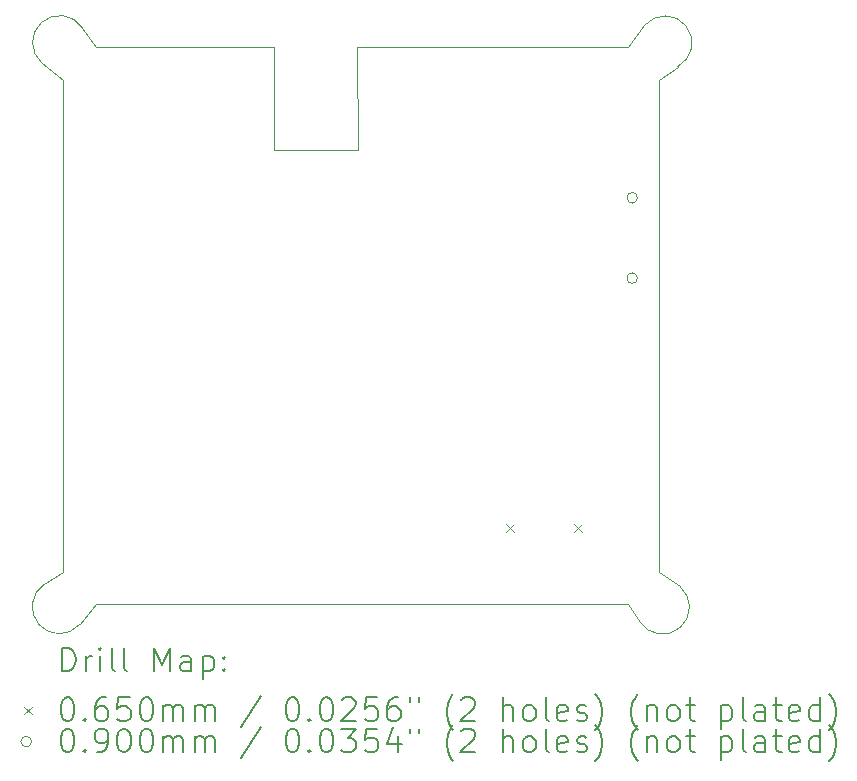
<source format=gbr>
%TF.GenerationSoftware,KiCad,Pcbnew,(6.0.8)*%
%TF.CreationDate,2023-02-13T22:45:08-05:00*%
%TF.ProjectId,miura_board,6d697572-615f-4626-9f61-72642e6b6963,rev?*%
%TF.SameCoordinates,Original*%
%TF.FileFunction,Drillmap*%
%TF.FilePolarity,Positive*%
%FSLAX45Y45*%
G04 Gerber Fmt 4.5, Leading zero omitted, Abs format (unit mm)*
G04 Created by KiCad (PCBNEW (6.0.8)) date 2023-02-13 22:45:08*
%MOMM*%
%LPD*%
G01*
G04 APERTURE LIST*
%ADD10C,0.100000*%
%ADD11C,0.200000*%
%ADD12C,0.065000*%
%ADD13C,0.090000*%
G04 APERTURE END LIST*
D10*
X6339999Y-3550000D02*
G75*
G03*
X6000000Y-3850000I-192151J-124895D01*
G01*
X6460000Y-3710000D02*
X7960000Y-3710000D01*
X6180000Y-8160000D02*
X6020000Y-8260000D01*
X6460000Y-8430000D02*
X10960000Y-8430000D01*
X10960000Y-3710000D02*
X11100000Y-3530000D01*
X6020002Y-8260004D02*
G75*
G03*
X6320000Y-8600000I124898J-192146D01*
G01*
X6460000Y-8430000D02*
X6320000Y-8600000D01*
X7960000Y-3710000D02*
X7961000Y-4584000D01*
X8670000Y-3710000D02*
X10960000Y-3710000D01*
X6340000Y-3550000D02*
X6460000Y-3710000D01*
X8671000Y-4584000D02*
X7961000Y-4584000D01*
X11380001Y-3880003D02*
G75*
G03*
X11100000Y-3530000I-105461J202633D01*
G01*
X11220000Y-8160000D02*
X11400000Y-8280000D01*
X11220000Y-8160000D02*
X11220000Y-3990000D01*
X8670000Y-3710000D02*
X8671000Y-4584000D01*
X6000000Y-3850000D02*
X6180000Y-3990000D01*
X6180000Y-8160000D02*
X6180000Y-3990000D01*
X11220000Y-3990000D02*
X11380000Y-3880000D01*
X10960000Y-8430000D02*
X11060000Y-8580000D01*
X11060000Y-8580000D02*
G75*
G03*
X11400000Y-8280000I192150J124897D01*
G01*
D11*
D12*
X9928500Y-7751000D02*
X9993500Y-7816000D01*
X9993500Y-7751000D02*
X9928500Y-7816000D01*
X10506500Y-7751000D02*
X10571500Y-7816000D01*
X10571500Y-7751000D02*
X10506500Y-7816000D01*
D13*
X11041000Y-4990000D02*
G75*
G03*
X11041000Y-4990000I-45000J0D01*
G01*
X11041000Y-5670000D02*
G75*
G03*
X11041000Y-5670000I-45000J0D01*
G01*
D11*
X6168347Y-8999753D02*
X6168347Y-8799753D01*
X6215966Y-8799753D01*
X6244538Y-8809277D01*
X6263585Y-8828325D01*
X6273109Y-8847372D01*
X6282633Y-8885467D01*
X6282633Y-8914039D01*
X6273109Y-8952134D01*
X6263585Y-8971182D01*
X6244538Y-8990229D01*
X6215966Y-8999753D01*
X6168347Y-8999753D01*
X6368347Y-8999753D02*
X6368347Y-8866420D01*
X6368347Y-8904515D02*
X6377871Y-8885467D01*
X6387395Y-8875944D01*
X6406443Y-8866420D01*
X6425490Y-8866420D01*
X6492157Y-8999753D02*
X6492157Y-8866420D01*
X6492157Y-8799753D02*
X6482633Y-8809277D01*
X6492157Y-8818801D01*
X6501681Y-8809277D01*
X6492157Y-8799753D01*
X6492157Y-8818801D01*
X6615966Y-8999753D02*
X6596919Y-8990229D01*
X6587395Y-8971182D01*
X6587395Y-8799753D01*
X6720728Y-8999753D02*
X6701681Y-8990229D01*
X6692157Y-8971182D01*
X6692157Y-8799753D01*
X6949300Y-8999753D02*
X6949300Y-8799753D01*
X7015966Y-8942610D01*
X7082633Y-8799753D01*
X7082633Y-8999753D01*
X7263585Y-8999753D02*
X7263585Y-8894991D01*
X7254062Y-8875944D01*
X7235014Y-8866420D01*
X7196919Y-8866420D01*
X7177871Y-8875944D01*
X7263585Y-8990229D02*
X7244538Y-8999753D01*
X7196919Y-8999753D01*
X7177871Y-8990229D01*
X7168347Y-8971182D01*
X7168347Y-8952134D01*
X7177871Y-8933086D01*
X7196919Y-8923563D01*
X7244538Y-8923563D01*
X7263585Y-8914039D01*
X7358824Y-8866420D02*
X7358824Y-9066420D01*
X7358824Y-8875944D02*
X7377871Y-8866420D01*
X7415966Y-8866420D01*
X7435014Y-8875944D01*
X7444538Y-8885467D01*
X7454062Y-8904515D01*
X7454062Y-8961658D01*
X7444538Y-8980705D01*
X7435014Y-8990229D01*
X7415966Y-8999753D01*
X7377871Y-8999753D01*
X7358824Y-8990229D01*
X7539776Y-8980705D02*
X7549300Y-8990229D01*
X7539776Y-8999753D01*
X7530252Y-8990229D01*
X7539776Y-8980705D01*
X7539776Y-8999753D01*
X7539776Y-8875944D02*
X7549300Y-8885467D01*
X7539776Y-8894991D01*
X7530252Y-8885467D01*
X7539776Y-8875944D01*
X7539776Y-8894991D01*
D12*
X5845728Y-9296777D02*
X5910728Y-9361777D01*
X5910728Y-9296777D02*
X5845728Y-9361777D01*
D11*
X6206443Y-9219753D02*
X6225490Y-9219753D01*
X6244538Y-9229277D01*
X6254062Y-9238801D01*
X6263585Y-9257848D01*
X6273109Y-9295944D01*
X6273109Y-9343563D01*
X6263585Y-9381658D01*
X6254062Y-9400705D01*
X6244538Y-9410229D01*
X6225490Y-9419753D01*
X6206443Y-9419753D01*
X6187395Y-9410229D01*
X6177871Y-9400705D01*
X6168347Y-9381658D01*
X6158824Y-9343563D01*
X6158824Y-9295944D01*
X6168347Y-9257848D01*
X6177871Y-9238801D01*
X6187395Y-9229277D01*
X6206443Y-9219753D01*
X6358824Y-9400705D02*
X6368347Y-9410229D01*
X6358824Y-9419753D01*
X6349300Y-9410229D01*
X6358824Y-9400705D01*
X6358824Y-9419753D01*
X6539776Y-9219753D02*
X6501681Y-9219753D01*
X6482633Y-9229277D01*
X6473109Y-9238801D01*
X6454062Y-9267372D01*
X6444538Y-9305467D01*
X6444538Y-9381658D01*
X6454062Y-9400705D01*
X6463585Y-9410229D01*
X6482633Y-9419753D01*
X6520728Y-9419753D01*
X6539776Y-9410229D01*
X6549300Y-9400705D01*
X6558824Y-9381658D01*
X6558824Y-9334039D01*
X6549300Y-9314991D01*
X6539776Y-9305467D01*
X6520728Y-9295944D01*
X6482633Y-9295944D01*
X6463585Y-9305467D01*
X6454062Y-9314991D01*
X6444538Y-9334039D01*
X6739776Y-9219753D02*
X6644538Y-9219753D01*
X6635014Y-9314991D01*
X6644538Y-9305467D01*
X6663585Y-9295944D01*
X6711204Y-9295944D01*
X6730252Y-9305467D01*
X6739776Y-9314991D01*
X6749300Y-9334039D01*
X6749300Y-9381658D01*
X6739776Y-9400705D01*
X6730252Y-9410229D01*
X6711204Y-9419753D01*
X6663585Y-9419753D01*
X6644538Y-9410229D01*
X6635014Y-9400705D01*
X6873109Y-9219753D02*
X6892157Y-9219753D01*
X6911204Y-9229277D01*
X6920728Y-9238801D01*
X6930252Y-9257848D01*
X6939776Y-9295944D01*
X6939776Y-9343563D01*
X6930252Y-9381658D01*
X6920728Y-9400705D01*
X6911204Y-9410229D01*
X6892157Y-9419753D01*
X6873109Y-9419753D01*
X6854062Y-9410229D01*
X6844538Y-9400705D01*
X6835014Y-9381658D01*
X6825490Y-9343563D01*
X6825490Y-9295944D01*
X6835014Y-9257848D01*
X6844538Y-9238801D01*
X6854062Y-9229277D01*
X6873109Y-9219753D01*
X7025490Y-9419753D02*
X7025490Y-9286420D01*
X7025490Y-9305467D02*
X7035014Y-9295944D01*
X7054062Y-9286420D01*
X7082633Y-9286420D01*
X7101681Y-9295944D01*
X7111204Y-9314991D01*
X7111204Y-9419753D01*
X7111204Y-9314991D02*
X7120728Y-9295944D01*
X7139776Y-9286420D01*
X7168347Y-9286420D01*
X7187395Y-9295944D01*
X7196919Y-9314991D01*
X7196919Y-9419753D01*
X7292157Y-9419753D02*
X7292157Y-9286420D01*
X7292157Y-9305467D02*
X7301681Y-9295944D01*
X7320728Y-9286420D01*
X7349300Y-9286420D01*
X7368347Y-9295944D01*
X7377871Y-9314991D01*
X7377871Y-9419753D01*
X7377871Y-9314991D02*
X7387395Y-9295944D01*
X7406443Y-9286420D01*
X7435014Y-9286420D01*
X7454062Y-9295944D01*
X7463585Y-9314991D01*
X7463585Y-9419753D01*
X7854062Y-9210229D02*
X7682633Y-9467372D01*
X8111204Y-9219753D02*
X8130252Y-9219753D01*
X8149300Y-9229277D01*
X8158824Y-9238801D01*
X8168347Y-9257848D01*
X8177871Y-9295944D01*
X8177871Y-9343563D01*
X8168347Y-9381658D01*
X8158824Y-9400705D01*
X8149300Y-9410229D01*
X8130252Y-9419753D01*
X8111204Y-9419753D01*
X8092157Y-9410229D01*
X8082633Y-9400705D01*
X8073109Y-9381658D01*
X8063585Y-9343563D01*
X8063585Y-9295944D01*
X8073109Y-9257848D01*
X8082633Y-9238801D01*
X8092157Y-9229277D01*
X8111204Y-9219753D01*
X8263585Y-9400705D02*
X8273109Y-9410229D01*
X8263585Y-9419753D01*
X8254062Y-9410229D01*
X8263585Y-9400705D01*
X8263585Y-9419753D01*
X8396919Y-9219753D02*
X8415966Y-9219753D01*
X8435014Y-9229277D01*
X8444538Y-9238801D01*
X8454062Y-9257848D01*
X8463586Y-9295944D01*
X8463586Y-9343563D01*
X8454062Y-9381658D01*
X8444538Y-9400705D01*
X8435014Y-9410229D01*
X8415966Y-9419753D01*
X8396919Y-9419753D01*
X8377871Y-9410229D01*
X8368347Y-9400705D01*
X8358824Y-9381658D01*
X8349300Y-9343563D01*
X8349300Y-9295944D01*
X8358824Y-9257848D01*
X8368347Y-9238801D01*
X8377871Y-9229277D01*
X8396919Y-9219753D01*
X8539776Y-9238801D02*
X8549300Y-9229277D01*
X8568347Y-9219753D01*
X8615966Y-9219753D01*
X8635014Y-9229277D01*
X8644538Y-9238801D01*
X8654062Y-9257848D01*
X8654062Y-9276896D01*
X8644538Y-9305467D01*
X8530252Y-9419753D01*
X8654062Y-9419753D01*
X8835014Y-9219753D02*
X8739776Y-9219753D01*
X8730252Y-9314991D01*
X8739776Y-9305467D01*
X8758824Y-9295944D01*
X8806443Y-9295944D01*
X8825490Y-9305467D01*
X8835014Y-9314991D01*
X8844538Y-9334039D01*
X8844538Y-9381658D01*
X8835014Y-9400705D01*
X8825490Y-9410229D01*
X8806443Y-9419753D01*
X8758824Y-9419753D01*
X8739776Y-9410229D01*
X8730252Y-9400705D01*
X9015966Y-9219753D02*
X8977871Y-9219753D01*
X8958824Y-9229277D01*
X8949300Y-9238801D01*
X8930252Y-9267372D01*
X8920728Y-9305467D01*
X8920728Y-9381658D01*
X8930252Y-9400705D01*
X8939776Y-9410229D01*
X8958824Y-9419753D01*
X8996919Y-9419753D01*
X9015966Y-9410229D01*
X9025490Y-9400705D01*
X9035014Y-9381658D01*
X9035014Y-9334039D01*
X9025490Y-9314991D01*
X9015966Y-9305467D01*
X8996919Y-9295944D01*
X8958824Y-9295944D01*
X8939776Y-9305467D01*
X8930252Y-9314991D01*
X8920728Y-9334039D01*
X9111205Y-9219753D02*
X9111205Y-9257848D01*
X9187395Y-9219753D02*
X9187395Y-9257848D01*
X9482633Y-9495944D02*
X9473109Y-9486420D01*
X9454062Y-9457848D01*
X9444538Y-9438801D01*
X9435014Y-9410229D01*
X9425490Y-9362610D01*
X9425490Y-9324515D01*
X9435014Y-9276896D01*
X9444538Y-9248325D01*
X9454062Y-9229277D01*
X9473109Y-9200705D01*
X9482633Y-9191182D01*
X9549300Y-9238801D02*
X9558824Y-9229277D01*
X9577871Y-9219753D01*
X9625490Y-9219753D01*
X9644538Y-9229277D01*
X9654062Y-9238801D01*
X9663586Y-9257848D01*
X9663586Y-9276896D01*
X9654062Y-9305467D01*
X9539776Y-9419753D01*
X9663586Y-9419753D01*
X9901681Y-9419753D02*
X9901681Y-9219753D01*
X9987395Y-9419753D02*
X9987395Y-9314991D01*
X9977871Y-9295944D01*
X9958824Y-9286420D01*
X9930252Y-9286420D01*
X9911205Y-9295944D01*
X9901681Y-9305467D01*
X10111205Y-9419753D02*
X10092157Y-9410229D01*
X10082633Y-9400705D01*
X10073109Y-9381658D01*
X10073109Y-9324515D01*
X10082633Y-9305467D01*
X10092157Y-9295944D01*
X10111205Y-9286420D01*
X10139776Y-9286420D01*
X10158824Y-9295944D01*
X10168347Y-9305467D01*
X10177871Y-9324515D01*
X10177871Y-9381658D01*
X10168347Y-9400705D01*
X10158824Y-9410229D01*
X10139776Y-9419753D01*
X10111205Y-9419753D01*
X10292157Y-9419753D02*
X10273109Y-9410229D01*
X10263586Y-9391182D01*
X10263586Y-9219753D01*
X10444538Y-9410229D02*
X10425490Y-9419753D01*
X10387395Y-9419753D01*
X10368347Y-9410229D01*
X10358824Y-9391182D01*
X10358824Y-9314991D01*
X10368347Y-9295944D01*
X10387395Y-9286420D01*
X10425490Y-9286420D01*
X10444538Y-9295944D01*
X10454062Y-9314991D01*
X10454062Y-9334039D01*
X10358824Y-9353086D01*
X10530252Y-9410229D02*
X10549300Y-9419753D01*
X10587395Y-9419753D01*
X10606443Y-9410229D01*
X10615966Y-9391182D01*
X10615966Y-9381658D01*
X10606443Y-9362610D01*
X10587395Y-9353086D01*
X10558824Y-9353086D01*
X10539776Y-9343563D01*
X10530252Y-9324515D01*
X10530252Y-9314991D01*
X10539776Y-9295944D01*
X10558824Y-9286420D01*
X10587395Y-9286420D01*
X10606443Y-9295944D01*
X10682633Y-9495944D02*
X10692157Y-9486420D01*
X10711205Y-9457848D01*
X10720728Y-9438801D01*
X10730252Y-9410229D01*
X10739776Y-9362610D01*
X10739776Y-9324515D01*
X10730252Y-9276896D01*
X10720728Y-9248325D01*
X10711205Y-9229277D01*
X10692157Y-9200705D01*
X10682633Y-9191182D01*
X11044538Y-9495944D02*
X11035014Y-9486420D01*
X11015966Y-9457848D01*
X11006443Y-9438801D01*
X10996919Y-9410229D01*
X10987395Y-9362610D01*
X10987395Y-9324515D01*
X10996919Y-9276896D01*
X11006443Y-9248325D01*
X11015966Y-9229277D01*
X11035014Y-9200705D01*
X11044538Y-9191182D01*
X11120728Y-9286420D02*
X11120728Y-9419753D01*
X11120728Y-9305467D02*
X11130252Y-9295944D01*
X11149300Y-9286420D01*
X11177871Y-9286420D01*
X11196919Y-9295944D01*
X11206443Y-9314991D01*
X11206443Y-9419753D01*
X11330252Y-9419753D02*
X11311204Y-9410229D01*
X11301681Y-9400705D01*
X11292157Y-9381658D01*
X11292157Y-9324515D01*
X11301681Y-9305467D01*
X11311204Y-9295944D01*
X11330252Y-9286420D01*
X11358824Y-9286420D01*
X11377871Y-9295944D01*
X11387395Y-9305467D01*
X11396919Y-9324515D01*
X11396919Y-9381658D01*
X11387395Y-9400705D01*
X11377871Y-9410229D01*
X11358824Y-9419753D01*
X11330252Y-9419753D01*
X11454062Y-9286420D02*
X11530252Y-9286420D01*
X11482633Y-9219753D02*
X11482633Y-9391182D01*
X11492157Y-9410229D01*
X11511204Y-9419753D01*
X11530252Y-9419753D01*
X11749300Y-9286420D02*
X11749300Y-9486420D01*
X11749300Y-9295944D02*
X11768347Y-9286420D01*
X11806443Y-9286420D01*
X11825490Y-9295944D01*
X11835014Y-9305467D01*
X11844538Y-9324515D01*
X11844538Y-9381658D01*
X11835014Y-9400705D01*
X11825490Y-9410229D01*
X11806443Y-9419753D01*
X11768347Y-9419753D01*
X11749300Y-9410229D01*
X11958824Y-9419753D02*
X11939776Y-9410229D01*
X11930252Y-9391182D01*
X11930252Y-9219753D01*
X12120728Y-9419753D02*
X12120728Y-9314991D01*
X12111204Y-9295944D01*
X12092157Y-9286420D01*
X12054062Y-9286420D01*
X12035014Y-9295944D01*
X12120728Y-9410229D02*
X12101681Y-9419753D01*
X12054062Y-9419753D01*
X12035014Y-9410229D01*
X12025490Y-9391182D01*
X12025490Y-9372134D01*
X12035014Y-9353086D01*
X12054062Y-9343563D01*
X12101681Y-9343563D01*
X12120728Y-9334039D01*
X12187395Y-9286420D02*
X12263585Y-9286420D01*
X12215966Y-9219753D02*
X12215966Y-9391182D01*
X12225490Y-9410229D01*
X12244538Y-9419753D01*
X12263585Y-9419753D01*
X12406443Y-9410229D02*
X12387395Y-9419753D01*
X12349300Y-9419753D01*
X12330252Y-9410229D01*
X12320728Y-9391182D01*
X12320728Y-9314991D01*
X12330252Y-9295944D01*
X12349300Y-9286420D01*
X12387395Y-9286420D01*
X12406443Y-9295944D01*
X12415966Y-9314991D01*
X12415966Y-9334039D01*
X12320728Y-9353086D01*
X12587395Y-9419753D02*
X12587395Y-9219753D01*
X12587395Y-9410229D02*
X12568347Y-9419753D01*
X12530252Y-9419753D01*
X12511204Y-9410229D01*
X12501681Y-9400705D01*
X12492157Y-9381658D01*
X12492157Y-9324515D01*
X12501681Y-9305467D01*
X12511204Y-9295944D01*
X12530252Y-9286420D01*
X12568347Y-9286420D01*
X12587395Y-9295944D01*
X12663585Y-9495944D02*
X12673109Y-9486420D01*
X12692157Y-9457848D01*
X12701681Y-9438801D01*
X12711204Y-9410229D01*
X12720728Y-9362610D01*
X12720728Y-9324515D01*
X12711204Y-9276896D01*
X12701681Y-9248325D01*
X12692157Y-9229277D01*
X12673109Y-9200705D01*
X12663585Y-9191182D01*
D13*
X5910728Y-9593277D02*
G75*
G03*
X5910728Y-9593277I-45000J0D01*
G01*
D11*
X6206443Y-9483753D02*
X6225490Y-9483753D01*
X6244538Y-9493277D01*
X6254062Y-9502801D01*
X6263585Y-9521848D01*
X6273109Y-9559944D01*
X6273109Y-9607563D01*
X6263585Y-9645658D01*
X6254062Y-9664705D01*
X6244538Y-9674229D01*
X6225490Y-9683753D01*
X6206443Y-9683753D01*
X6187395Y-9674229D01*
X6177871Y-9664705D01*
X6168347Y-9645658D01*
X6158824Y-9607563D01*
X6158824Y-9559944D01*
X6168347Y-9521848D01*
X6177871Y-9502801D01*
X6187395Y-9493277D01*
X6206443Y-9483753D01*
X6358824Y-9664705D02*
X6368347Y-9674229D01*
X6358824Y-9683753D01*
X6349300Y-9674229D01*
X6358824Y-9664705D01*
X6358824Y-9683753D01*
X6463585Y-9683753D02*
X6501681Y-9683753D01*
X6520728Y-9674229D01*
X6530252Y-9664705D01*
X6549300Y-9636134D01*
X6558824Y-9598039D01*
X6558824Y-9521848D01*
X6549300Y-9502801D01*
X6539776Y-9493277D01*
X6520728Y-9483753D01*
X6482633Y-9483753D01*
X6463585Y-9493277D01*
X6454062Y-9502801D01*
X6444538Y-9521848D01*
X6444538Y-9569467D01*
X6454062Y-9588515D01*
X6463585Y-9598039D01*
X6482633Y-9607563D01*
X6520728Y-9607563D01*
X6539776Y-9598039D01*
X6549300Y-9588515D01*
X6558824Y-9569467D01*
X6682633Y-9483753D02*
X6701681Y-9483753D01*
X6720728Y-9493277D01*
X6730252Y-9502801D01*
X6739776Y-9521848D01*
X6749300Y-9559944D01*
X6749300Y-9607563D01*
X6739776Y-9645658D01*
X6730252Y-9664705D01*
X6720728Y-9674229D01*
X6701681Y-9683753D01*
X6682633Y-9683753D01*
X6663585Y-9674229D01*
X6654062Y-9664705D01*
X6644538Y-9645658D01*
X6635014Y-9607563D01*
X6635014Y-9559944D01*
X6644538Y-9521848D01*
X6654062Y-9502801D01*
X6663585Y-9493277D01*
X6682633Y-9483753D01*
X6873109Y-9483753D02*
X6892157Y-9483753D01*
X6911204Y-9493277D01*
X6920728Y-9502801D01*
X6930252Y-9521848D01*
X6939776Y-9559944D01*
X6939776Y-9607563D01*
X6930252Y-9645658D01*
X6920728Y-9664705D01*
X6911204Y-9674229D01*
X6892157Y-9683753D01*
X6873109Y-9683753D01*
X6854062Y-9674229D01*
X6844538Y-9664705D01*
X6835014Y-9645658D01*
X6825490Y-9607563D01*
X6825490Y-9559944D01*
X6835014Y-9521848D01*
X6844538Y-9502801D01*
X6854062Y-9493277D01*
X6873109Y-9483753D01*
X7025490Y-9683753D02*
X7025490Y-9550420D01*
X7025490Y-9569467D02*
X7035014Y-9559944D01*
X7054062Y-9550420D01*
X7082633Y-9550420D01*
X7101681Y-9559944D01*
X7111204Y-9578991D01*
X7111204Y-9683753D01*
X7111204Y-9578991D02*
X7120728Y-9559944D01*
X7139776Y-9550420D01*
X7168347Y-9550420D01*
X7187395Y-9559944D01*
X7196919Y-9578991D01*
X7196919Y-9683753D01*
X7292157Y-9683753D02*
X7292157Y-9550420D01*
X7292157Y-9569467D02*
X7301681Y-9559944D01*
X7320728Y-9550420D01*
X7349300Y-9550420D01*
X7368347Y-9559944D01*
X7377871Y-9578991D01*
X7377871Y-9683753D01*
X7377871Y-9578991D02*
X7387395Y-9559944D01*
X7406443Y-9550420D01*
X7435014Y-9550420D01*
X7454062Y-9559944D01*
X7463585Y-9578991D01*
X7463585Y-9683753D01*
X7854062Y-9474229D02*
X7682633Y-9731372D01*
X8111204Y-9483753D02*
X8130252Y-9483753D01*
X8149300Y-9493277D01*
X8158824Y-9502801D01*
X8168347Y-9521848D01*
X8177871Y-9559944D01*
X8177871Y-9607563D01*
X8168347Y-9645658D01*
X8158824Y-9664705D01*
X8149300Y-9674229D01*
X8130252Y-9683753D01*
X8111204Y-9683753D01*
X8092157Y-9674229D01*
X8082633Y-9664705D01*
X8073109Y-9645658D01*
X8063585Y-9607563D01*
X8063585Y-9559944D01*
X8073109Y-9521848D01*
X8082633Y-9502801D01*
X8092157Y-9493277D01*
X8111204Y-9483753D01*
X8263585Y-9664705D02*
X8273109Y-9674229D01*
X8263585Y-9683753D01*
X8254062Y-9674229D01*
X8263585Y-9664705D01*
X8263585Y-9683753D01*
X8396919Y-9483753D02*
X8415966Y-9483753D01*
X8435014Y-9493277D01*
X8444538Y-9502801D01*
X8454062Y-9521848D01*
X8463586Y-9559944D01*
X8463586Y-9607563D01*
X8454062Y-9645658D01*
X8444538Y-9664705D01*
X8435014Y-9674229D01*
X8415966Y-9683753D01*
X8396919Y-9683753D01*
X8377871Y-9674229D01*
X8368347Y-9664705D01*
X8358824Y-9645658D01*
X8349300Y-9607563D01*
X8349300Y-9559944D01*
X8358824Y-9521848D01*
X8368347Y-9502801D01*
X8377871Y-9493277D01*
X8396919Y-9483753D01*
X8530252Y-9483753D02*
X8654062Y-9483753D01*
X8587395Y-9559944D01*
X8615966Y-9559944D01*
X8635014Y-9569467D01*
X8644538Y-9578991D01*
X8654062Y-9598039D01*
X8654062Y-9645658D01*
X8644538Y-9664705D01*
X8635014Y-9674229D01*
X8615966Y-9683753D01*
X8558824Y-9683753D01*
X8539776Y-9674229D01*
X8530252Y-9664705D01*
X8835014Y-9483753D02*
X8739776Y-9483753D01*
X8730252Y-9578991D01*
X8739776Y-9569467D01*
X8758824Y-9559944D01*
X8806443Y-9559944D01*
X8825490Y-9569467D01*
X8835014Y-9578991D01*
X8844538Y-9598039D01*
X8844538Y-9645658D01*
X8835014Y-9664705D01*
X8825490Y-9674229D01*
X8806443Y-9683753D01*
X8758824Y-9683753D01*
X8739776Y-9674229D01*
X8730252Y-9664705D01*
X9015966Y-9550420D02*
X9015966Y-9683753D01*
X8968347Y-9474229D02*
X8920728Y-9617086D01*
X9044538Y-9617086D01*
X9111205Y-9483753D02*
X9111205Y-9521848D01*
X9187395Y-9483753D02*
X9187395Y-9521848D01*
X9482633Y-9759944D02*
X9473109Y-9750420D01*
X9454062Y-9721848D01*
X9444538Y-9702801D01*
X9435014Y-9674229D01*
X9425490Y-9626610D01*
X9425490Y-9588515D01*
X9435014Y-9540896D01*
X9444538Y-9512325D01*
X9454062Y-9493277D01*
X9473109Y-9464705D01*
X9482633Y-9455182D01*
X9549300Y-9502801D02*
X9558824Y-9493277D01*
X9577871Y-9483753D01*
X9625490Y-9483753D01*
X9644538Y-9493277D01*
X9654062Y-9502801D01*
X9663586Y-9521848D01*
X9663586Y-9540896D01*
X9654062Y-9569467D01*
X9539776Y-9683753D01*
X9663586Y-9683753D01*
X9901681Y-9683753D02*
X9901681Y-9483753D01*
X9987395Y-9683753D02*
X9987395Y-9578991D01*
X9977871Y-9559944D01*
X9958824Y-9550420D01*
X9930252Y-9550420D01*
X9911205Y-9559944D01*
X9901681Y-9569467D01*
X10111205Y-9683753D02*
X10092157Y-9674229D01*
X10082633Y-9664705D01*
X10073109Y-9645658D01*
X10073109Y-9588515D01*
X10082633Y-9569467D01*
X10092157Y-9559944D01*
X10111205Y-9550420D01*
X10139776Y-9550420D01*
X10158824Y-9559944D01*
X10168347Y-9569467D01*
X10177871Y-9588515D01*
X10177871Y-9645658D01*
X10168347Y-9664705D01*
X10158824Y-9674229D01*
X10139776Y-9683753D01*
X10111205Y-9683753D01*
X10292157Y-9683753D02*
X10273109Y-9674229D01*
X10263586Y-9655182D01*
X10263586Y-9483753D01*
X10444538Y-9674229D02*
X10425490Y-9683753D01*
X10387395Y-9683753D01*
X10368347Y-9674229D01*
X10358824Y-9655182D01*
X10358824Y-9578991D01*
X10368347Y-9559944D01*
X10387395Y-9550420D01*
X10425490Y-9550420D01*
X10444538Y-9559944D01*
X10454062Y-9578991D01*
X10454062Y-9598039D01*
X10358824Y-9617086D01*
X10530252Y-9674229D02*
X10549300Y-9683753D01*
X10587395Y-9683753D01*
X10606443Y-9674229D01*
X10615966Y-9655182D01*
X10615966Y-9645658D01*
X10606443Y-9626610D01*
X10587395Y-9617086D01*
X10558824Y-9617086D01*
X10539776Y-9607563D01*
X10530252Y-9588515D01*
X10530252Y-9578991D01*
X10539776Y-9559944D01*
X10558824Y-9550420D01*
X10587395Y-9550420D01*
X10606443Y-9559944D01*
X10682633Y-9759944D02*
X10692157Y-9750420D01*
X10711205Y-9721848D01*
X10720728Y-9702801D01*
X10730252Y-9674229D01*
X10739776Y-9626610D01*
X10739776Y-9588515D01*
X10730252Y-9540896D01*
X10720728Y-9512325D01*
X10711205Y-9493277D01*
X10692157Y-9464705D01*
X10682633Y-9455182D01*
X11044538Y-9759944D02*
X11035014Y-9750420D01*
X11015966Y-9721848D01*
X11006443Y-9702801D01*
X10996919Y-9674229D01*
X10987395Y-9626610D01*
X10987395Y-9588515D01*
X10996919Y-9540896D01*
X11006443Y-9512325D01*
X11015966Y-9493277D01*
X11035014Y-9464705D01*
X11044538Y-9455182D01*
X11120728Y-9550420D02*
X11120728Y-9683753D01*
X11120728Y-9569467D02*
X11130252Y-9559944D01*
X11149300Y-9550420D01*
X11177871Y-9550420D01*
X11196919Y-9559944D01*
X11206443Y-9578991D01*
X11206443Y-9683753D01*
X11330252Y-9683753D02*
X11311204Y-9674229D01*
X11301681Y-9664705D01*
X11292157Y-9645658D01*
X11292157Y-9588515D01*
X11301681Y-9569467D01*
X11311204Y-9559944D01*
X11330252Y-9550420D01*
X11358824Y-9550420D01*
X11377871Y-9559944D01*
X11387395Y-9569467D01*
X11396919Y-9588515D01*
X11396919Y-9645658D01*
X11387395Y-9664705D01*
X11377871Y-9674229D01*
X11358824Y-9683753D01*
X11330252Y-9683753D01*
X11454062Y-9550420D02*
X11530252Y-9550420D01*
X11482633Y-9483753D02*
X11482633Y-9655182D01*
X11492157Y-9674229D01*
X11511204Y-9683753D01*
X11530252Y-9683753D01*
X11749300Y-9550420D02*
X11749300Y-9750420D01*
X11749300Y-9559944D02*
X11768347Y-9550420D01*
X11806443Y-9550420D01*
X11825490Y-9559944D01*
X11835014Y-9569467D01*
X11844538Y-9588515D01*
X11844538Y-9645658D01*
X11835014Y-9664705D01*
X11825490Y-9674229D01*
X11806443Y-9683753D01*
X11768347Y-9683753D01*
X11749300Y-9674229D01*
X11958824Y-9683753D02*
X11939776Y-9674229D01*
X11930252Y-9655182D01*
X11930252Y-9483753D01*
X12120728Y-9683753D02*
X12120728Y-9578991D01*
X12111204Y-9559944D01*
X12092157Y-9550420D01*
X12054062Y-9550420D01*
X12035014Y-9559944D01*
X12120728Y-9674229D02*
X12101681Y-9683753D01*
X12054062Y-9683753D01*
X12035014Y-9674229D01*
X12025490Y-9655182D01*
X12025490Y-9636134D01*
X12035014Y-9617086D01*
X12054062Y-9607563D01*
X12101681Y-9607563D01*
X12120728Y-9598039D01*
X12187395Y-9550420D02*
X12263585Y-9550420D01*
X12215966Y-9483753D02*
X12215966Y-9655182D01*
X12225490Y-9674229D01*
X12244538Y-9683753D01*
X12263585Y-9683753D01*
X12406443Y-9674229D02*
X12387395Y-9683753D01*
X12349300Y-9683753D01*
X12330252Y-9674229D01*
X12320728Y-9655182D01*
X12320728Y-9578991D01*
X12330252Y-9559944D01*
X12349300Y-9550420D01*
X12387395Y-9550420D01*
X12406443Y-9559944D01*
X12415966Y-9578991D01*
X12415966Y-9598039D01*
X12320728Y-9617086D01*
X12587395Y-9683753D02*
X12587395Y-9483753D01*
X12587395Y-9674229D02*
X12568347Y-9683753D01*
X12530252Y-9683753D01*
X12511204Y-9674229D01*
X12501681Y-9664705D01*
X12492157Y-9645658D01*
X12492157Y-9588515D01*
X12501681Y-9569467D01*
X12511204Y-9559944D01*
X12530252Y-9550420D01*
X12568347Y-9550420D01*
X12587395Y-9559944D01*
X12663585Y-9759944D02*
X12673109Y-9750420D01*
X12692157Y-9721848D01*
X12701681Y-9702801D01*
X12711204Y-9674229D01*
X12720728Y-9626610D01*
X12720728Y-9588515D01*
X12711204Y-9540896D01*
X12701681Y-9512325D01*
X12692157Y-9493277D01*
X12673109Y-9464705D01*
X12663585Y-9455182D01*
M02*

</source>
